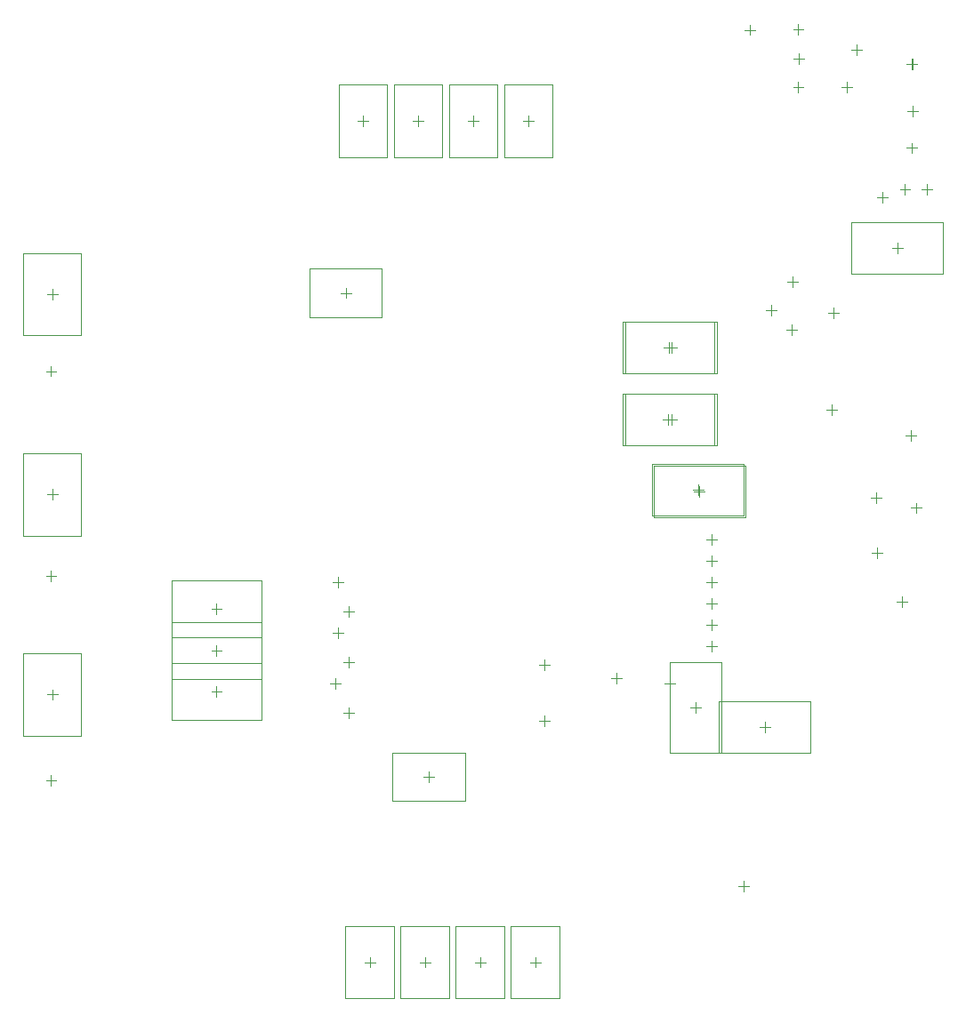
<source format=gbr>
G04 Layer_Color=32768*
%FSLAX25Y25*%
%MOIN*%
%TF.FileFunction,Other,Mechanical_15*%
%TF.Part,Single*%
G01*
G75*
%TA.AperFunction,NonConductor*%
%ADD51C,0.00394*%
%ADD92C,0.00197*%
D51*
X297731Y319500D02*
X301669D01*
X299700Y317531D02*
Y321468D01*
X298031Y330350D02*
X301969D01*
X300000Y328381D02*
Y332318D01*
X297731Y341200D02*
X301669D01*
X299700Y339231D02*
Y343168D01*
X279631Y341100D02*
X283569D01*
X281600Y339131D02*
Y343069D01*
X315831Y319600D02*
X319769D01*
X317800Y317632D02*
Y321568D01*
X321540Y331722D02*
Y335659D01*
X319572Y333690D02*
X323509D01*
X340231Y328400D02*
X344168D01*
X342200Y326431D02*
Y330368D01*
X340431Y328200D02*
X344369D01*
X342400Y326232D02*
Y330169D01*
X339700Y279232D02*
Y283169D01*
X337732Y281200D02*
X341669D01*
X341800Y186932D02*
Y190868D01*
X339831Y188900D02*
X343769D01*
X348000Y279232D02*
Y283169D01*
X346031Y281200D02*
X349969D01*
X340332Y296800D02*
X344268D01*
X342300Y294831D02*
Y298768D01*
X340531Y310600D02*
X344468D01*
X342500Y308631D02*
Y312568D01*
X340431Y310500D02*
X344369D01*
X342400Y308531D02*
Y312469D01*
X327132Y145000D02*
X331068D01*
X329100Y143032D02*
Y146968D01*
X295131Y228500D02*
X299068D01*
X297100Y226532D02*
Y230469D01*
X287632Y236000D02*
X291568D01*
X289600Y234032D02*
Y237968D01*
X295632Y246500D02*
X299569D01*
X297600Y244531D02*
Y248468D01*
X279100Y18032D02*
Y21969D01*
X277132Y20000D02*
X281068D01*
X202631Y82000D02*
X206569D01*
X204600Y80032D02*
Y83969D01*
X124132Y96000D02*
X128068D01*
X126100Y94032D02*
Y97969D01*
X125131Y115000D02*
X129069D01*
X127100Y113031D02*
Y116969D01*
X202631Y103000D02*
X206569D01*
X204600Y101031D02*
Y104969D01*
X125131Y134000D02*
X129069D01*
X127100Y132032D02*
Y135968D01*
X81700Y90931D02*
Y94868D01*
X79732Y92900D02*
X83669D01*
X81700Y106231D02*
Y110169D01*
X79732Y108200D02*
X83669D01*
X81700Y121932D02*
Y125868D01*
X79732Y123900D02*
X83669D01*
X265131Y150000D02*
X269069D01*
X267100Y148031D02*
Y151969D01*
X265131Y142000D02*
X269069D01*
X267100Y140032D02*
Y143968D01*
X265131Y134000D02*
X269069D01*
X267100Y132032D02*
Y135968D01*
X265131Y126000D02*
X269069D01*
X267100Y124031D02*
Y127969D01*
X265131Y118000D02*
X269069D01*
X267100Y116032D02*
Y119968D01*
X265131Y110000D02*
X269069D01*
X267100Y108031D02*
Y111969D01*
X20100Y89832D02*
Y93769D01*
X18132Y91800D02*
X22069D01*
X20100Y164931D02*
Y168869D01*
X18132Y166900D02*
X22069D01*
X20100Y240032D02*
Y243969D01*
X18132Y242000D02*
X22069D01*
X342032Y161800D02*
X345969D01*
X344000Y159832D02*
Y163768D01*
X329000Y163631D02*
Y167569D01*
X327031Y165600D02*
X330968D01*
X329331Y278400D02*
X333268D01*
X331300Y276431D02*
Y280368D01*
X310132Y198500D02*
X314069D01*
X312100Y196531D02*
Y200468D01*
X338600Y124531D02*
Y128469D01*
X336631Y126500D02*
X340568D01*
X336800Y257432D02*
Y261368D01*
X334832Y259400D02*
X338769D01*
X311032Y235000D02*
X314968D01*
X313000Y233032D02*
Y236968D01*
X131100Y121031D02*
Y124969D01*
X129131Y123000D02*
X133069D01*
X131100Y102032D02*
Y105968D01*
X129131Y104000D02*
X133069D01*
X131100Y83031D02*
Y86968D01*
X129131Y85000D02*
X133069D01*
X229631Y98000D02*
X233569D01*
X231600Y96031D02*
Y99968D01*
X249632Y96000D02*
X253569D01*
X251600Y94032D02*
Y97969D01*
X287100Y77531D02*
Y81468D01*
X285132Y79500D02*
X289069D01*
X259132Y87000D02*
X263069D01*
X261100Y85031D02*
Y88968D01*
X130100Y240484D02*
Y244421D01*
X128131Y242453D02*
X132069D01*
X161300Y59084D02*
Y63021D01*
X159332Y61053D02*
X163268D01*
X199132Y-8547D02*
X203068D01*
X201100Y-10516D02*
Y-6579D01*
X178465Y-8547D02*
X182402D01*
X180433Y-10516D02*
Y-6579D01*
X157798Y-8547D02*
X161735D01*
X159767Y-10516D02*
Y-6579D01*
X137132Y-8547D02*
X141068D01*
X139100Y-10516D02*
Y-6579D01*
X196632Y306953D02*
X200569D01*
X198600Y304984D02*
Y308921D01*
X155298Y306953D02*
X159235D01*
X157267Y304984D02*
Y308921D01*
X175965Y306953D02*
X179902D01*
X177933Y304984D02*
Y308921D01*
X134632Y306953D02*
X138568D01*
X136600Y304984D02*
Y308921D01*
X267100Y148031D02*
Y151969D01*
X265131Y150000D02*
X269069D01*
X267100Y124031D02*
Y127969D01*
X265131Y126000D02*
X269069D01*
X267100Y140032D02*
Y143968D01*
X265131Y142000D02*
X269069D01*
X267100Y116032D02*
Y119968D01*
X265131Y118000D02*
X269069D01*
X267100Y132032D02*
Y135968D01*
X265131Y134000D02*
X269069D01*
X267100Y108031D02*
Y111969D01*
X265131Y110000D02*
X269069D01*
X262100Y166532D02*
Y170468D01*
X260132Y168500D02*
X264069D01*
X262600Y166032D02*
Y169968D01*
X260631Y168000D02*
X264568D01*
X252100Y193032D02*
Y196968D01*
X250132Y195000D02*
X254068D01*
X250994Y193032D02*
Y196968D01*
X249025Y195000D02*
X252962D01*
X251100Y220031D02*
Y223969D01*
X249131Y222000D02*
X253068D01*
X252100Y220031D02*
Y223969D01*
X250132Y222000D02*
X254068D01*
X19700Y57531D02*
Y61468D01*
X17731Y59500D02*
X21668D01*
X19700Y134332D02*
Y138268D01*
X17731Y136300D02*
X21668D01*
X19700Y211132D02*
Y215069D01*
X17731Y213100D02*
X21668D01*
D92*
X64771Y103530D02*
X98629D01*
X64771Y82270D02*
X98629D01*
X64771D02*
Y103530D01*
X98629Y82270D02*
Y103530D01*
X64771Y97570D02*
X98629D01*
X64771Y118830D02*
X98629D01*
X64771Y97570D02*
Y118830D01*
X98629Y97570D02*
Y118830D01*
X64771Y134530D02*
X98629D01*
X64771Y113270D02*
X98629D01*
X64771D02*
Y134530D01*
X98629Y113270D02*
Y134530D01*
X9273Y107253D02*
X30927D01*
X9273Y76347D02*
X30927D01*
Y107253D01*
X9273Y76347D02*
Y107253D01*
Y182353D02*
X30927D01*
X9273Y151447D02*
X30927D01*
Y182353D01*
X9273Y151447D02*
Y182353D01*
Y257453D02*
X30927D01*
X9273Y226547D02*
X30927D01*
Y257453D01*
X9273Y226547D02*
Y257453D01*
X319674Y249754D02*
X353926D01*
X319674Y269046D02*
X353926D01*
Y249754D02*
Y269046D01*
X319674Y249754D02*
Y269046D01*
X269974Y69854D02*
X304226D01*
X269974Y89146D02*
X304226D01*
Y69854D02*
Y89146D01*
X269974Y69854D02*
Y89146D01*
X251454Y69874D02*
Y104126D01*
X270746Y69874D02*
Y104126D01*
X251454D02*
X270746D01*
X251454Y69874D02*
X270746D01*
X116517Y251508D02*
X143683D01*
X116517Y233398D02*
X143683D01*
X116517D02*
Y251508D01*
X143683Y233398D02*
Y251508D01*
X147717Y51998D02*
X174883D01*
X147717Y70108D02*
X174883D01*
Y51998D02*
Y70108D01*
X147717Y51998D02*
Y70108D01*
X210155Y-22130D02*
Y5035D01*
X192045Y-22130D02*
Y5035D01*
X210155D01*
X192045Y-22130D02*
X210155D01*
X189488D02*
Y5035D01*
X171378Y-22130D02*
Y5035D01*
X189488D01*
X171378Y-22130D02*
X189488D01*
X168822D02*
Y5035D01*
X150712Y-22130D02*
Y5035D01*
X168822D01*
X150712Y-22130D02*
X168822D01*
X148155D02*
Y5035D01*
X130045Y-22130D02*
Y5035D01*
X148155D01*
X130045Y-22130D02*
X148155D01*
X207655Y293370D02*
Y320535D01*
X189545Y293370D02*
Y320535D01*
X207655D01*
X189545Y293370D02*
X207655D01*
X166322D02*
Y320535D01*
X148212Y293370D02*
Y320535D01*
X166322D01*
X148212Y293370D02*
X166322D01*
X186988D02*
Y320535D01*
X168878Y293370D02*
Y320535D01*
X186988D01*
X168878Y293370D02*
X186988D01*
X145655D02*
Y320535D01*
X127545Y293370D02*
Y320535D01*
X145655D01*
X127545Y293370D02*
X145655D01*
X244974Y178146D02*
X279226D01*
X244974Y158854D02*
X279226D01*
Y178146D01*
X244974Y158854D02*
Y178146D01*
X245474Y158354D02*
X279726D01*
X245474Y177646D02*
X279726D01*
Y158354D02*
Y177646D01*
X245474Y158354D02*
Y177646D01*
X234974Y185354D02*
X269226D01*
X234974Y204646D02*
X269226D01*
X234974Y185354D02*
Y204646D01*
X269226Y185354D02*
Y204646D01*
X233868D02*
X268120D01*
X233868Y185354D02*
X268120D01*
X233868D02*
Y204646D01*
X268120Y185354D02*
Y204646D01*
X233974Y212354D02*
X268226D01*
X233974Y231646D02*
X268226D01*
X233974Y212354D02*
Y231646D01*
X268226Y212354D02*
Y231646D01*
X234974D02*
X269226D01*
X234974Y212354D02*
X269226D01*
X234974D02*
Y231646D01*
X269226Y212354D02*
Y231646D01*
%TF.MD5,45db7dc1d17f94b83eb5ab5f8e0a9c69*%
M02*

</source>
